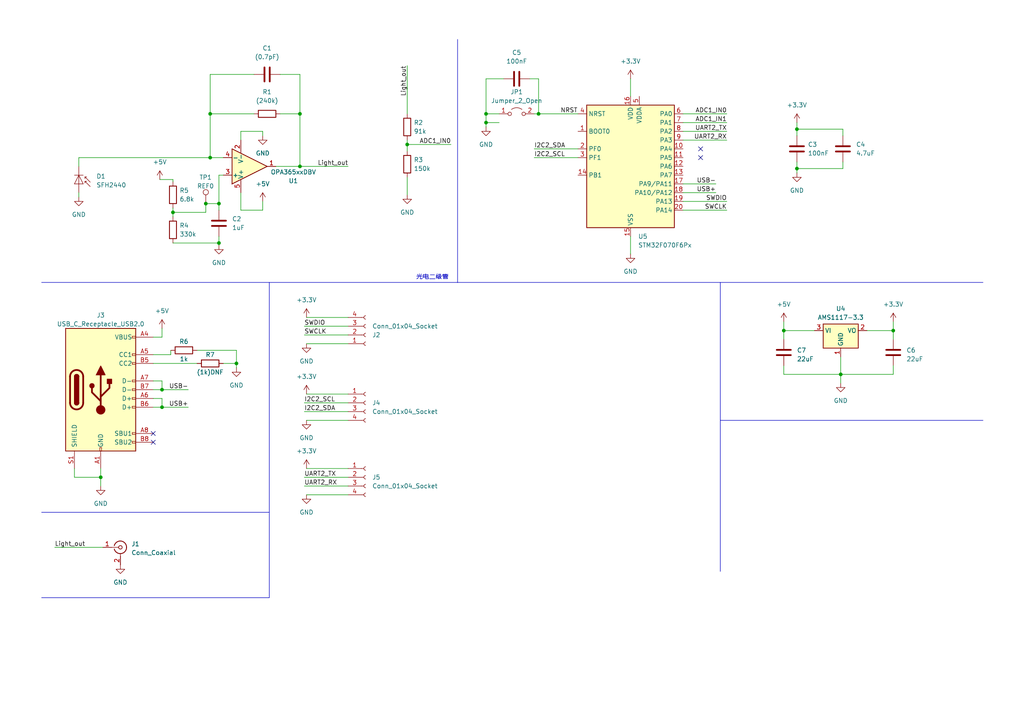
<source format=kicad_sch>
(kicad_sch (version 20230121) (generator eeschema)
  (paper "A4")
  (lib_symbols
    (symbol "Amplifier_Operational:OPA365xxDBV" (pin_names (offset 0.127))
      (property "Reference" "U" (at -1.27 6.35 0))
      (property "Value" "OPA365xxDBV" (at -1.27 3.81 0))
      (symbol "OPA365xxDBV_0_1"
        (polyline (pts (xy -5.08 5.08) (xy 5.08 0) (xy -5.08 -5.08) (xy -5.08 5.08)) (stroke (width 0.254)) (fill (type background)))
        (pin power_in line (at -2.54 -7.62 90) (length 3.81) (name "V-") (number "2"))
        (pin power_in line (at -2.54 7.62 270) (length 3.81) (name "V+") (number "5"))
      )
      (symbol "OPA365xxDBV_1_1"
        (pin output line (at 7.62 0 180) (length 2.54) (name "~") (number "1"))
        (pin input line (at -7.62 2.54 0) (length 2.54) (name "+") (number "3"))
        (pin input line (at -7.62 -2.54 0) (length 2.54) (name "-") (number "4"))
      )
    )
    (symbol "Connector:Conn_01x04_Socket" (pin_names (offset 1.016) hide)
      (property "Reference" "J" (at 0 5.08 0))
      (property "Value" "Conn_01x04_Socket" (at 0 -7.62 0))
      (symbol "Conn_01x04_Socket_1_1"
        (arc (start 0 -4.572) (mid -0.5058 -5.08) (end 0 -5.588) (stroke (width 0.1524)))
        (arc (start 0 -2.032) (mid -0.5058 -2.54) (end 0 -3.048) (stroke (width 0.1524)))
        (polyline (pts (xy -1.27 -5.08) (xy -0.508 -5.08)) (stroke (width 0.1524)))
        (polyline (pts (xy -1.27 -2.54) (xy -0.508 -2.54)) (stroke (width 0.1524)))
        (polyline (pts (xy -1.27 0) (xy -0.508 0)) (stroke (width 0.1524)))
        (polyline (pts (xy -1.27 2.54) (xy -0.508 2.54)) (stroke (width 0.1524)))
        (arc (start 0 0.508) (mid -0.5058 0) (end 0 -0.508) (stroke (width 0.1524)))
        (arc (start 0 3.048) (mid -0.5058 2.54) (end 0 2.032) (stroke (width 0.1524)))
        (pin passive line (at -5.08 2.54 0) (length 3.81) (name "Pin_1") (number "1"))
        (pin passive line (at -5.08 0 0) (length 3.81) (name "Pin_2") (number "2"))
        (pin passive line (at -5.08 -2.54 0) (length 3.81) (name "Pin_3") (number "3"))
        (pin passive line (at -5.08 -5.08 0) (length 3.81) (name "Pin_4") (number "4"))
      )
    )
    (symbol "Connector:Conn_Coaxial" (pin_names (offset 1.016) hide)
      (property "Reference" "J" (at 0.254 3.048 0))
      (property "Value" "Conn_Coaxial" (at 2.921 0 90))
      (symbol "Conn_Coaxial_0_1"
        (arc (start -1.778 -0.508) (mid 0.2311 -1.8066) (end 1.778 0) (stroke (width 0.254)))
        (polyline (pts (xy -2.54 0) (xy -0.508 0)))
        (polyline (pts (xy 0 -2.54) (xy 0 -1.778)))
        (circle (center 0 0) (radius 0.508) (stroke (width 0.2032)))
        (arc (start 1.778 0) (mid 0.2099 1.8101) (end -1.778 0.508) (stroke (width 0.254)))
      )
      (symbol "Conn_Coaxial_1_1"
        (pin passive line (at -5.08 0 0) (length 2.54) (name "In") (number "1"))
        (pin passive line (at 0 -5.08 90) (length 2.54) (name "Ext") (number "2"))
      )
    )
    (symbol "Connector:TestPoint" (pin_numbers hide) (pin_names (offset 0.762) hide)
      (property "Reference" "TP" (at 0 6.858 0))
      (property "Value" "TestPoint" (at 0 5.08 0))
      (symbol "TestPoint_0_1"
        (circle (center 0 3.302) (radius 0.762))
      )
      (symbol "TestPoint_1_1"
        (pin passive line (at 0 0 90) (length 2.54) (name "1") (number "1"))
      )
    )
    (symbol "Connector:USB_C_Receptacle_USB2.0" (pin_names (offset 1.016))
      (property "Reference" "J" (at -10.16 19.05 0))
      (property "Value" "USB_C_Receptacle_USB2.0" (at 19.05 19.05 0))
      (symbol "USB_C_Receptacle_USB2.0_0_0"
        (rectangle (start -0.254 -17.78) (end 0.254 -16.764))
        (rectangle (start 10.16 -14.986) (end 9.144 -15.494))
        (rectangle (start 10.16 -12.446) (end 9.144 -12.954))
        (rectangle (start 10.16 -4.826) (end 9.144 -5.334))
        (rectangle (start 10.16 -2.286) (end 9.144 -2.794))
        (rectangle (start 10.16 0.254) (end 9.144 -0.254))
        (rectangle (start 10.16 2.794) (end 9.144 2.286))
        (rectangle (start 10.16 7.874) (end 9.144 7.366))
        (rectangle (start 10.16 10.414) (end 9.144 9.906))
        (rectangle (start 10.16 15.494) (end 9.144 14.986))
      )
      (symbol "USB_C_Receptacle_USB2.0_0_1"
        (rectangle (start -10.16 17.78) (end 10.16 -17.78) (stroke (width 0.254)) (fill (type background)))
        (arc (start -8.89 -3.81) (mid -6.985 -5.7067) (end -5.08 -3.81) (stroke (width 0.508)))
        (arc (start -7.62 -3.81) (mid -6.985 -4.4423) (end -6.35 -3.81) (stroke (width 0.254)))
        (arc (start -7.62 -3.81) (mid -6.985 -4.4423) (end -6.35 -3.81) (stroke (width 0.254)) (fill (type outline)))
        (rectangle (start -7.62 -3.81) (end -6.35 3.81) (stroke (width 0.254)) (fill (type outline)))
        (arc (start -6.35 3.81) (mid -6.985 4.4423) (end -7.62 3.81) (stroke (width 0.254)))
        (arc (start -6.35 3.81) (mid -6.985 4.4423) (end -7.62 3.81) (stroke (width 0.254)) (fill (type outline)))
        (arc (start -5.08 3.81) (mid -6.985 5.7067) (end -8.89 3.81) (stroke (width 0.508)))
        (circle (center -2.54 1.143) (radius 0.635) (stroke (width 0.254)) (fill (type outline)))
        (circle (center 0 -5.842) (radius 1.27) (fill (type outline)))
        (polyline (pts (xy -8.89 -3.81) (xy -8.89 3.81)) (stroke (width 0.508)))
        (polyline (pts (xy -5.08 3.81) (xy -5.08 -3.81)) (stroke (width 0.508)))
        (polyline (pts (xy 0 -5.842) (xy 0 4.318)) (stroke (width 0.508)))
        (polyline (pts (xy 0 -3.302) (xy -2.54 -0.762) (xy -2.54 0.508)) (stroke (width 0.508)))
        (polyline (pts (xy 0 -2.032) (xy 2.54 0.508) (xy 2.54 1.778)) (stroke (width 0.508)))
        (polyline (pts (xy -1.27 4.318) (xy 0 6.858) (xy 1.27 4.318) (xy -1.27 4.318)) (stroke (width 0.254)) (fill (type outline)))
        (rectangle (start 1.905 1.778) (end 3.175 3.048) (stroke (width 0.254)) (fill (type outline)))
      )
      (symbol "USB_C_Receptacle_USB2.0_1_1"
        (pin passive line (at 0 -22.86 90) (length 5.08) (name "GND") (number "A1"))
        (pin passive line (at 0 -22.86 90) (length 5.08) hide (name "GND") (number "A12"))
        (pin passive line (at 15.24 15.24 180) (length 5.08) (name "VBUS") (number "A4"))
        (pin bidirectional line (at 15.24 10.16 180) (length 5.08) (name "CC1") (number "A5"))
        (pin bidirectional line (at 15.24 -2.54 180) (length 5.08) (name "D+") (number "A6"))
        (pin bidirectional line (at 15.24 2.54 180) (length 5.08) (name "D-") (number "A7"))
        (pin bidirectional line (at 15.24 -12.7 180) (length 5.08) (name "SBU1") (number "A8"))
        (pin passive line (at 15.24 15.24 180) (length 5.08) hide (name "VBUS") (number "A9"))
        (pin passive line (at 0 -22.86 90) (length 5.08) hide (name "GND") (number "B1"))
        (pin passive line (at 0 -22.86 90) (length 5.08) hide (name "GND") (number "B12"))
        (pin passive line (at 15.24 15.24 180) (length 5.08) hide (name "VBUS") (number "B4"))
        (pin bidirectional line (at 15.24 7.62 180) (length 5.08) (name "CC2") (number "B5"))
        (pin bidirectional line (at 15.24 -5.08 180) (length 5.08) (name "D+") (number "B6"))
        (pin bidirectional line (at 15.24 0 180) (length 5.08) (name "D-") (number "B7"))
        (pin bidirectional line (at 15.24 -15.24 180) (length 5.08) (name "SBU2") (number "B8"))
        (pin passive line (at 15.24 15.24 180) (length 5.08) hide (name "VBUS") (number "B9"))
        (pin passive line (at -7.62 -22.86 90) (length 5.08) (name "SHIELD") (number "S1"))
      )
    )
    (symbol "Device:C" (pin_numbers hide) (pin_names (offset 0.254))
      (property "Reference" "C" (at 0.635 2.54 0))
      (property "Value" "C" (at 0.635 -2.54 0))
      (symbol "C_0_1"
        (polyline (pts (xy -2.032 -0.762) (xy 2.032 -0.762)) (stroke (width 0.508)))
        (polyline (pts (xy -2.032 0.762) (xy 2.032 0.762)) (stroke (width 0.508)))
      )
      (symbol "C_1_1"
        (pin passive line (at 0 3.81 270) (length 2.794) (name "~") (number "1"))
        (pin passive line (at 0 -3.81 90) (length 2.794) (name "~") (number "2"))
      )
    )
    (symbol "Device:R" (pin_numbers hide) (pin_names (offset 0))
      (property "Reference" "R" (at 2.032 0 90))
      (property "Value" "R" (at 0 0 90))
      (symbol "R_0_1"
        (rectangle (start -1.016 -2.54) (end 1.016 2.54) (stroke (width 0.254)))
      )
      (symbol "R_1_1"
        (pin passive line (at 0 3.81 270) (length 1.27) (name "~") (number "1"))
        (pin passive line (at 0 -3.81 90) (length 1.27) (name "~") (number "2"))
      )
    )
    (symbol "Jumper:Jumper_2_Open" (pin_names (offset 0) hide)
      (property "Reference" "JP" (at 0 2.794 0))
      (property "Value" "Jumper_2_Open" (at 0 -2.286 0))
      (symbol "Jumper_2_Open_0_0"
        (circle (center -2.032 0) (radius 0.508))
        (circle (center 2.032 0) (radius 0.508))
      )
      (symbol "Jumper_2_Open_0_1"
        (arc (start 1.524 1.27) (mid 0 1.778) (end -1.524 1.27))
      )
      (symbol "Jumper_2_Open_1_1"
        (pin passive line (at -5.08 0 0) (length 2.54) (name "A") (number "1"))
        (pin passive line (at 5.08 0 180) (length 2.54) (name "B") (number "2"))
      )
    )
    (symbol "MCU_ST_STM32F0:STM32F070F6Px"
      (property "Reference" "U" (at -12.7 19.05 0))
      (property "Value" "STM32F070F6Px" (at 5.08 19.05 0))
      (symbol "STM32F070F6Px_0_1"
        (rectangle (start -12.7 -17.78) (end 12.7 17.78) (stroke (width 0.254)) (fill (type background)))
      )
      (symbol "STM32F070F6Px_1_1"
        (pin input line (at -15.24 10.16 0) (length 2.54) (name "BOOT0") (number "1"))
        (pin bidirectional line (at 15.24 5.08 180) (length 2.54) (name "PA4") (number "10"))
        (pin bidirectional line (at 15.24 2.54 180) (length 2.54) (name "PA5") (number "11"))
        (pin bidirectional line (at 15.24 0 180) (length 2.54) (name "PA6") (number "12"))
        (pin bidirectional line (at 15.24 -2.54 180) (length 2.54) (name "PA7") (number "13"))
        (pin bidirectional line (at -15.24 -2.54 0) (length 2.54) (name "PB1") (number "14"))
        (pin power_in line (at 0 -20.32 90) (length 2.54) (name "VSS") (number "15"))
        (pin power_in line (at 0 20.32 270) (length 2.54) (name "VDD") (number "16"))
        (pin bidirectional line (at 15.24 -5.08 180) (length 2.54) (name "PA9/PA11") (number "17"))
        (pin bidirectional line (at 15.24 -7.62 180) (length 2.54) (name "PA10/PA12") (number "18"))
        (pin bidirectional line (at 15.24 -10.16 180) (length 2.54) (name "PA13") (number "19"))
        (pin bidirectional line (at -15.24 5.08 0) (length 2.54) (name "PF0") (number "2"))
        (pin bidirectional line (at 15.24 -12.7 180) (length 2.54) (name "PA14") (number "20"))
        (pin bidirectional line (at -15.24 2.54 0) (length 2.54) (name "PF1") (number "3"))
        (pin input line (at -15.24 15.24 0) (length 2.54) (name "NRST") (number "4"))
        (pin power_in line (at 2.54 20.32 270) (length 2.54) (name "VDDA") (number "5"))
        (pin bidirectional line (at 15.24 15.24 180) (length 2.54) (name "PA0") (number "6"))
        (pin bidirectional line (at 15.24 12.7 180) (length 2.54) (name "PA1") (number "7"))
        (pin bidirectional line (at 15.24 10.16 180) (length 2.54) (name "PA2") (number "8"))
        (pin bidirectional line (at 15.24 7.62 180) (length 2.54) (name "PA3") (number "9"))
      )
    )
    (symbol "Regulator_Linear:AMS1117-3.3"
      (property "Reference" "U" (at -3.81 3.175 0))
      (property "Value" "AMS1117-3.3" (at 0 3.175 0))
      (symbol "AMS1117-3.3_0_1"
        (rectangle (start -5.08 -5.08) (end 5.08 1.905) (stroke (width 0.254)) (fill (type background)))
      )
      (symbol "AMS1117-3.3_1_1"
        (pin power_in line (at 0 -7.62 90) (length 2.54) (name "GND") (number "1"))
        (pin power_out line (at 7.62 0 180) (length 2.54) (name "VO") (number "2"))
        (pin power_in line (at -7.62 0 0) (length 2.54) (name "VI") (number "3"))
      )
    )
    (symbol "Sensor_Optical:SFH2440" (pin_numbers hide) (pin_names (offset 1.016) hide)
      (property "Reference" "D" (at 0.508 1.778 0))
      (property "Value" "SFH2440" (at -1.016 -2.794 0))
      (symbol "SFH2440_0_1"
        (polyline (pts (xy -2.54 1.27) (xy -2.54 -1.27)) (stroke (width 0.1524)))
        (polyline (pts (xy -2.032 1.778) (xy -1.524 1.778)))
        (polyline (pts (xy 0 -1.27) (xy 0 1.27)))
        (polyline (pts (xy 0 0) (xy -2.54 0)))
        (polyline (pts (xy -0.508 3.302) (xy -2.032 1.778) (xy -2.032 2.286)))
        (polyline (pts (xy 0 1.27) (xy -2.54 0) (xy 0 -1.27)))
        (polyline (pts (xy 0.762 3.302) (xy -0.762 1.778) (xy -0.762 2.286) (xy -0.762 1.778) (xy -0.254 1.778)))
      )
      (symbol "SFH2440_1_1"
        (pin passive line (at -5.08 0 0) (length 2.54) (name "K") (number "1"))
        (pin passive line (at 2.54 0 180) (length 2.54) (name "A") (number "2"))
      )
    )
    (symbol "power:+3.3V" (power) (pin_names (offset 0))
      (property "Value" "+3.3V" (at 0 3.556 0))
      (symbol "+3.3V_0_1"
        (polyline (pts (xy -0.762 1.27) (xy 0 2.54)))
        (polyline (pts (xy 0 0) (xy 0 2.54)))
        (polyline (pts (xy 0 2.54) (xy 0.762 1.27)))
      )
      (symbol "+3.3V_1_1"
        (pin power_in line (at 0 0 90) (length 0) hide (name "+3.3V") (number "1"))
      )
    )
    (symbol "power:+5V" (power) (pin_names (offset 0))
      (property "Value" "+5V" (at 0 3.556 0))
      (symbol "+5V_0_1"
        (polyline (pts (xy -0.762 1.27) (xy 0 2.54)))
        (polyline (pts (xy 0 0) (xy 0 2.54)))
        (polyline (pts (xy 0 2.54) (xy 0.762 1.27)))
      )
      (symbol "+5V_1_1"
        (pin power_in line (at 0 0 90) (length 0) hide (name "+5V") (number "1"))
      )
    )
    (symbol "power:GND" (power) (pin_names (offset 0))
      (property "Value" "GND" (at 0 -3.81 0))
      (symbol "GND_0_1"
        (polyline (pts (xy 0 0) (xy 0 -1.27) (xy 1.27 -1.27) (xy 0 -2.54) (xy -1.27 -1.27) (xy 0 -1.27)))
      )
      (symbol "GND_1_1"
        (pin power_in line (at 0 0 270) (length 0) hide (name "GND") (number "1"))
      )
    )
  )
  (junction (at 46.99 113.03))
  (junction (at 68.58 105.41))
  (junction (at 60.96 33.02))
  (junction (at 29.21 138.43))
  (junction (at 231.14 37.465))
  (junction (at 243.84 108.585))
  (junction (at 86.995 33.02))
  (junction (at 63.5 70.485))
  (junction (at 63.5 59.055))
  (junction (at 86.995 48.26))
  (junction (at 50.165 61.595))
  (junction (at 259.08 95.885))
  (junction (at 140.97 33.02))
  (junction (at 118.11 41.91))
  (junction (at 46.99 118.11))
  (junction (at 231.14 48.895))
  (junction (at 227.33 95.885))
  (junction (at 140.97 35.56))
  (junction (at 156.21 33.02))
  (junction (at 60.96 45.72))
  (junction (at 59.69 59.055))
  (no_connect (at 203.2 45.72))
  (no_connect (at 44.45 125.73))
  (no_connect (at 203.2 43.18))
  (no_connect (at 44.45 128.27))
  (wire (pts (xy 73.66 33.02) (xy 60.96 33.02)))
  (wire (pts (xy 59.69 59.055) (xy 63.5 59.055)))
  (wire (pts (xy 46.99 95.25) (xy 46.99 97.79)))
  (wire (pts (xy 21.59 138.43) (xy 29.21 138.43)))
  (wire (pts (xy 57.15 101.6) (xy 68.58 101.6)))
  (wire (pts (xy 21.59 135.89) (xy 21.59 138.43)))
  (wire (pts (xy 46.99 118.11) (xy 44.45 118.11)))
  (wire (pts (xy 243.84 108.585) (xy 243.84 103.505)))
  (wire (pts (xy 231.14 48.895) (xy 231.14 46.99)))
  (polyline (pts (xy 208.915 121.92) (xy 208.915 81.915)))
  (wire (pts (xy 46.99 110.49) (xy 46.99 113.03)))
  (wire (pts (xy 60.96 33.02) (xy 60.96 45.72)))
  (wire (pts (xy 69.85 38.1) (xy 76.2 38.1)))
  (wire (pts (xy 88.265 138.43) (xy 100.965 138.43)))
  (wire (pts (xy 259.08 95.885) (xy 251.46 95.885)))
  (wire (pts (xy 156.21 33.02) (xy 167.64 33.02)))
  (wire (pts (xy 227.33 106.045) (xy 227.33 108.585)))
  (wire (pts (xy 88.9 143.51) (xy 100.965 143.51)))
  (wire (pts (xy 44.45 110.49) (xy 46.99 110.49)))
  (wire (pts (xy 146.05 22.86) (xy 140.97 22.86)))
  (wire (pts (xy 22.86 45.72) (xy 22.86 48.26)))
  (wire (pts (xy 63.5 59.055) (xy 63.5 60.96)))
  (wire (pts (xy 46.99 115.57) (xy 46.99 118.11)))
  (wire (pts (xy 44.45 105.41) (xy 57.15 105.41)))
  (wire (pts (xy 244.475 39.37) (xy 244.475 37.465)))
  (wire (pts (xy 207.645 53.34) (xy 198.12 53.34)))
  (wire (pts (xy 182.88 22.86) (xy 182.88 27.94)))
  (wire (pts (xy 86.995 33.02) (xy 86.995 48.26)))
  (wire (pts (xy 44.45 115.57) (xy 46.99 115.57)))
  (wire (pts (xy 59.69 61.595) (xy 59.69 59.055)))
  (wire (pts (xy 140.97 33.02) (xy 144.78 33.02)))
  (wire (pts (xy 50.165 61.595) (xy 59.69 61.595)))
  (wire (pts (xy 29.21 140.97) (xy 29.21 138.43)))
  (wire (pts (xy 156.21 22.86) (xy 156.21 33.02)))
  (polyline (pts (xy 12.065 81.915) (xy 132.715 81.915)))
  (wire (pts (xy 259.08 106.045) (xy 259.08 108.585)))
  (polyline (pts (xy 78.105 173.355) (xy 78.105 148.59)))
  (wire (pts (xy 118.11 56.515) (xy 118.11 51.435)))
  (wire (pts (xy 88.265 140.97) (xy 100.965 140.97)))
  (wire (pts (xy 140.97 33.02) (xy 140.97 35.56)))
  (wire (pts (xy 244.475 48.895) (xy 231.14 48.895)))
  (polyline (pts (xy 208.915 121.92) (xy 208.915 165.735)))
  (wire (pts (xy 154.94 33.02) (xy 156.21 33.02)))
  (wire (pts (xy 49.53 102.87) (xy 49.53 101.6)))
  (wire (pts (xy 44.45 102.87) (xy 49.53 102.87)))
  (wire (pts (xy 50.165 62.865) (xy 50.165 61.595)))
  (wire (pts (xy 88.9 99.695) (xy 100.965 99.695)))
  (wire (pts (xy 154.94 45.72) (xy 167.64 45.72)))
  (wire (pts (xy 118.11 41.91) (xy 118.11 43.815)))
  (wire (pts (xy 50.165 52.07) (xy 50.165 52.705)))
  (wire (pts (xy 73.66 21.59) (xy 60.96 21.59)))
  (wire (pts (xy 118.11 33.02) (xy 118.11 19.05)))
  (wire (pts (xy 227.33 95.885) (xy 236.22 95.885)))
  (wire (pts (xy 44.45 113.03) (xy 46.99 113.03)))
  (wire (pts (xy 63.5 70.485) (xy 63.5 71.12)))
  (wire (pts (xy 227.33 93.345) (xy 227.33 95.885)))
  (wire (pts (xy 140.97 35.56) (xy 144.78 35.56)))
  (wire (pts (xy 88.265 116.84) (xy 100.965 116.84)))
  (wire (pts (xy 22.86 57.15) (xy 22.86 55.88)))
  (polyline (pts (xy 132.715 11.43) (xy 132.715 81.915)))
  (wire (pts (xy 64.77 50.8) (xy 63.5 50.8)))
  (wire (pts (xy 63.5 68.58) (xy 63.5 70.485)))
  (wire (pts (xy 50.165 70.485) (xy 63.5 70.485)))
  (wire (pts (xy 231.14 35.56) (xy 231.14 37.465)))
  (wire (pts (xy 46.99 97.79) (xy 44.45 97.79)))
  (wire (pts (xy 68.58 105.41) (xy 68.58 106.68)))
  (wire (pts (xy 88.265 94.615) (xy 100.965 94.615)))
  (wire (pts (xy 88.9 114.3) (xy 100.965 114.3)))
  (wire (pts (xy 154.94 43.18) (xy 167.64 43.18)))
  (wire (pts (xy 210.82 60.96) (xy 198.12 60.96)))
  (wire (pts (xy 210.82 40.64) (xy 198.12 40.64)))
  (wire (pts (xy 81.28 21.59) (xy 86.995 21.59)))
  (wire (pts (xy 207.645 55.88) (xy 198.12 55.88)))
  (wire (pts (xy 69.85 55.88) (xy 69.85 60.96)))
  (wire (pts (xy 210.82 35.56) (xy 198.12 35.56)))
  (wire (pts (xy 29.845 158.75) (xy 15.875 158.75)))
  (wire (pts (xy 210.82 58.42) (xy 198.12 58.42)))
  (wire (pts (xy 153.67 22.86) (xy 156.21 22.86)))
  (wire (pts (xy 259.08 98.425) (xy 259.08 95.885)))
  (wire (pts (xy 88.9 92.075) (xy 100.965 92.075)))
  (polyline (pts (xy 78.105 148.59) (xy 78.105 81.915)))
  (wire (pts (xy 68.58 101.6) (xy 68.58 105.41)))
  (wire (pts (xy 76.2 60.96) (xy 76.2 58.42)))
  (wire (pts (xy 259.08 108.585) (xy 243.84 108.585)))
  (wire (pts (xy 118.11 40.64) (xy 118.11 41.91)))
  (wire (pts (xy 54.61 118.11) (xy 46.99 118.11)))
  (wire (pts (xy 88.9 121.92) (xy 100.965 121.92)))
  (wire (pts (xy 231.14 50.165) (xy 231.14 48.895)))
  (wire (pts (xy 81.28 33.02) (xy 86.995 33.02)))
  (wire (pts (xy 210.82 38.1) (xy 198.12 38.1)))
  (wire (pts (xy 29.21 138.43) (xy 29.21 135.89)))
  (wire (pts (xy 244.475 46.99) (xy 244.475 48.895)))
  (wire (pts (xy 46.355 52.07) (xy 50.165 52.07)))
  (wire (pts (xy 69.85 40.64) (xy 69.85 38.1)))
  (wire (pts (xy 86.995 48.26) (xy 80.01 48.26)))
  (wire (pts (xy 22.86 45.72) (xy 60.96 45.72)))
  (polyline (pts (xy 285.115 121.92) (xy 208.915 121.92)))
  (wire (pts (xy 86.995 48.26) (xy 100.965 48.26)))
  (wire (pts (xy 86.995 21.59) (xy 86.995 33.02)))
  (wire (pts (xy 63.5 50.8) (xy 63.5 59.055)))
  (wire (pts (xy 259.08 93.345) (xy 259.08 95.885)))
  (wire (pts (xy 60.96 21.59) (xy 60.96 33.02)))
  (wire (pts (xy 231.14 37.465) (xy 231.14 39.37)))
  (polyline (pts (xy 12.065 173.355) (xy 78.105 173.355)))
  (wire (pts (xy 88.265 119.38) (xy 100.965 119.38)))
  (wire (pts (xy 88.9 135.89) (xy 100.965 135.89)))
  (polyline (pts (xy 12.065 148.59) (xy 78.105 148.59)))
  (wire (pts (xy 88.265 97.155) (xy 100.965 97.155)))
  (wire (pts (xy 210.82 33.02) (xy 198.12 33.02)))
  (wire (pts (xy 50.165 61.595) (xy 50.165 60.325)))
  (wire (pts (xy 182.88 73.66) (xy 182.88 68.58)))
  (polyline (pts (xy 132.715 81.915) (xy 285.115 81.915)))
  (wire (pts (xy 69.85 60.96) (xy 76.2 60.96)))
  (wire (pts (xy 227.33 98.425) (xy 227.33 95.885)))
  (wire (pts (xy 130.81 41.91) (xy 118.11 41.91)))
  (wire (pts (xy 60.96 45.72) (xy 64.77 45.72)))
  (wire (pts (xy 64.77 105.41) (xy 68.58 105.41)))
  (wire (pts (xy 227.33 108.585) (xy 243.84 108.585)))
  (wire (pts (xy 46.99 113.03) (xy 54.61 113.03)))
  (wire (pts (xy 140.97 36.83) (xy 140.97 35.56)))
  (wire (pts (xy 76.2 38.1) (xy 76.2 39.37)))
  (wire (pts (xy 243.84 111.125) (xy 243.84 108.585)))
  (wire (pts (xy 244.475 37.465) (xy 231.14 37.465)))
  (wire (pts (xy 140.97 22.86) (xy 140.97 33.02)))
  (text "光电二级管\n" (at 120.65 81.28 0) (effects (font (size 1.27 1.27)) (justify left bottom)))
  (label "UART2_TX" (at 210.82 38.1 180))
  (label "UART2_RX" (at 88.265 140.97 0))
  (label "ADC1_IN0" (at 130.81 41.91 180))
  (label "SWCLK" (at 88.265 97.155 0))
  (label "USB+" (at 207.645 55.88 180))
  (label "USB-" (at 54.61 113.03 180))
  (label "I2C2_SDA" (at 88.265 119.38 0))
  (label "ADC1_IN1" (at 210.82 35.56 180))
  (label "ADC1_IN0" (at 210.82 33.02 180))
  (label "SWDIO" (at 210.82 58.42 180))
  (label "USB-" (at 207.645 53.34 180))
  (label "I2C2_SCL" (at 88.265 116.84 0))
  (label "I2C2_SDA" (at 154.94 43.18 0))
  (label "Light_out" (at 118.11 19.05 270))
  (label "SWDIO" (at 88.265 94.615 0))
  (label "Light_out" (at 100.965 48.26 180))
  (label "UART2_TX" (at 88.265 138.43 0))
  (label "NRST" (at 162.56 33.02 0))
  (label "I2C2_SCL" (at 154.94 45.72 0))
  (label "UART2_RX" (at 210.82 40.64 180))
  (label "USB+" (at 54.61 118.11 180))
  (label "Light_out" (at 15.875 158.75 0))
  (label "SWCLK" (at 210.82 60.96 180))
  (symbol (lib_id "Jumper:Jumper_2_Open") (at 149.86 33.02 0) (unit 1)
    (property "Reference" "JP1" (at 149.86 26.67 0))
    (property "Value" "Jumper_2_Open" (at 149.86 29.21 0))
    (property "Footprint" "TestPoint:TestPoint_2Pads_Pitch2.54mm_Drill0.8mm" (effects hide))
  )
  (symbol (lib_id "Device:R") (at 50.165 56.515 180) (unit 1)
    (property "Reference" "R5" (at 52.07 55.245 0) (effects (justify right)))
    (property "Value" "6.8k" (at 52.07 57.785 0) (effects (justify right)))
    (property "Footprint" "Resistor_SMD:R_0603_1608Metric" (effects hide))
  )
  (symbol (lib_id "Amplifier_Operational:OPA365xxDBV") (at 72.39 48.26 0) (mirror x) (unit 1)
    (property "Reference" "U1" (at 85.09 52.4509 0))
    (property "Value" "OPA365xxDBV" (at 85.09 49.9109 0))
    (property "Footprint" "Package_TO_SOT_SMD:SOT-23-5" (effects hide))
    (property "Datasheet" "https://www.ti.com/lit/ds/symlink/opa365.pdf" (effects hide))
  )
  (symbol (lib_id "power:GND") (at 182.88 73.66 0) (unit 1)
    (property "Reference" "#PWR05" (effects hide))
    (property "Value" "GND" (at 182.88 78.74 0))
  )
  (symbol (lib_id "power:GND") (at 63.5 71.12 0) (unit 1)
    (property "Reference" "#PWR04" (effects hide))
    (property "Value" "GND" (at 63.5 76.2 0))
  )
  (symbol (lib_id "Sensor_Optical:SFH2440") (at 22.86 53.34 270) (unit 1)
    (property "Reference" "D1" (at 27.94 51.1429 90) (effects (justify left)))
    (property "Value" "SFH2440" (at 27.94 53.6829 90) (effects (justify left)))
    (property "Footprint" "OptoDevice:Osram_SFH2440" (effects hide))
    (property "Datasheet" "https://dammedia.osram.info/media/resource/hires/osram-dam-5467146/SFH%202440_EN.pdf" (effects hide))
  )
  (symbol (lib_id "Connector:Conn_01x04_Socket") (at 106.045 138.43 0) (unit 1)
    (property "Reference" "J5" (at 107.95 138.43 0) (effects (justify left)))
    (property "Value" "Conn_01x04_Socket" (at 107.95 140.97 0) (effects (justify left)))
    (property "Footprint" "Connector_PinSocket_2.54mm:PinSocket_1x04_P2.54mm_Horizontal" (effects hide))
  )
  (symbol (lib_id "Device:C") (at 77.47 21.59 90) (unit 1)
    (property "Reference" "C1" (at 77.47 13.97 90))
    (property "Value" "(0.7pF)" (at 77.47 16.51 90))
    (property "Footprint" "Capacitor_SMD:C_0603_1608Metric" (effects hide))
  )
  (symbol (lib_id "power:+3.3V") (at 231.14 35.56 0) (unit 1)
    (property "Reference" "#PWR07" (effects hide))
    (property "Value" "+3.3V" (at 231.14 30.48 0))
  )
  (symbol (lib_id "power:GND") (at 88.9 143.51 0) (unit 1)
    (property "Reference" "#PWR026" (effects hide))
    (property "Value" "GND" (at 88.9 148.59 0))
  )
  (symbol (lib_id "power:+3.3V") (at 182.88 22.86 0) (unit 1)
    (property "Reference" "#PWR06" (effects hide))
    (property "Value" "+3.3V" (at 182.88 17.78 0))
  )
  (symbol (lib_id "Regulator_Linear:AMS1117-3.3") (at 243.84 95.885 0) (unit 1)
    (property "Reference" "U4" (at 243.84 89.535 0))
    (property "Value" "AMS1117-3.3" (at 243.84 92.075 0))
    (property "Footprint" "Package_TO_SOT_SMD:SOT-223-3_TabPin2" (effects hide))
    (property "Datasheet" "http://www.advanced-monolithic.com/pdf/ds1117.pdf" (effects hide))
  )
  (symbol (lib_id "Device:R") (at 77.47 33.02 90) (unit 1)
    (property "Reference" "R1" (at 77.47 26.67 90))
    (property "Value" "(240k)" (at 77.47 29.21 90))
    (property "Footprint" "Resistor_SMD:R_0603_1608Metric" (effects hide))
  )
  (symbol (lib_id "power:GND") (at 88.9 121.92 0) (unit 1)
    (property "Reference" "#PWR025" (effects hide))
    (property "Value" "GND" (at 88.9 127 0))
  )
  (symbol (lib_id "power:+3.3V") (at 88.9 114.3 0) (unit 1)
    (property "Reference" "#PWR027" (effects hide))
    (property "Value" "+3.3V" (at 88.9 109.22 0))
  )
  (symbol (lib_id "power:+5V") (at 76.2 58.42 0) (unit 1)
    (property "Reference" "#PWR03" (effects hide))
    (property "Value" "+5V" (at 76.2 53.34 0))
  )
  (symbol (lib_id "Device:C") (at 231.14 43.18 0) (unit 1)
    (property "Reference" "C3" (at 234.315 41.91 0) (effects (justify left)))
    (property "Value" "100nF" (at 234.315 44.45 0) (effects (justify left)))
    (property "Footprint" "Capacitor_SMD:C_0603_1608Metric" (effects hide))
  )
  (symbol (lib_id "MCU_ST_STM32F0:STM32F070F6Px") (at 182.88 48.26 0) (unit 1)
    (property "Reference" "U5" (at 185.0741 68.58 0) (effects (justify left)))
    (property "Value" "STM32F070F6Px" (at 185.0741 71.12 0) (effects (justify left)))
    (property "Footprint" "Package_SO:TSSOP-20_4.4x6.5mm_P0.65mm" (effects hide))
    (property "Datasheet" "https://www.st.com/resource/en/datasheet/stm32f070f6.pdf" (effects hide))
  )
  (symbol (lib_id "power:GND") (at 34.925 163.83 0) (unit 1)
    (property "Reference" "#PWR011" (effects hide))
    (property "Value" "GND" (at 34.925 168.91 0))
  )
  (symbol (lib_id "Connector:Conn_01x04_Socket") (at 106.045 116.84 0) (unit 1)
    (property "Reference" "J4" (at 107.95 116.84 0) (effects (justify left)))
    (property "Value" "Conn_01x04_Socket" (at 107.95 119.38 0) (effects (justify left)))
    (property "Footprint" "Connector_PinSocket_2.54mm:PinSocket_1x04_P2.54mm_Horizontal" (effects hide))
  )
  (symbol (lib_id "Device:C") (at 149.86 22.86 90) (unit 1)
    (property "Reference" "C5" (at 149.86 15.24 90))
    (property "Value" "100nF" (at 149.86 17.78 90))
    (property "Footprint" "Capacitor_SMD:C_0603_1608Metric" (effects hide))
  )
  (symbol (lib_id "power:+3.3V") (at 259.08 93.345 0) (unit 1)
    (property "Reference" "#PWR014" (effects hide))
    (property "Value" "+3.3V" (at 259.08 88.265 0))
  )
  (symbol (lib_id "power:GND") (at 243.84 111.125 0) (unit 1)
    (property "Reference" "#PWR016" (effects hide))
    (property "Value" "GND" (at 243.84 116.205 0))
  )
  (symbol (lib_id "power:+3.3V") (at 88.9 135.89 0) (unit 1)
    (property "Reference" "#PWR028" (effects hide))
    (property "Value" "+3.3V" (at 88.9 130.81 0))
  )
  (symbol (lib_id "Connector:TestPoint") (at 59.69 59.055 0) (unit 1)
    (property "Reference" "TP1" (at 57.785 51.435 0) (effects (justify left)))
    (property "Value" "REF0" (at 57.15 53.975 0) (effects (justify left)))
    (property "Footprint" "TestPoint:TestPoint_Pad_D1.5mm" (effects hide))
  )
  (symbol (lib_id "Device:C") (at 227.33 102.235 0) (unit 1)
    (property "Reference" "C7" (at 231.14 101.6 0) (effects (justify left)))
    (property "Value" "22uF" (at 231.14 104.14 0) (effects (justify left)))
    (property "Footprint" "Capacitor_SMD:C_0805_2012Metric_Pad1.18x1.45mm_HandSolder" (effects hide))
  )
  (symbol (lib_id "Device:R") (at 60.96 105.41 90) (unit 1)
    (property "Reference" "R7" (at 60.96 102.87 90))
    (property "Value" "(1k)DNF" (at 60.96 107.95 90))
    (property "Footprint" "Resistor_SMD:R_0805_2012Metric_Pad1.20x1.40mm_HandSolder" (effects hide))
  )
  (symbol (lib_id "power:+5V") (at 227.33 93.345 0) (unit 1)
    (property "Reference" "#PWR015" (effects hide))
    (property "Value" "+5V" (at 227.33 88.265 0))
  )
  (symbol (lib_id "power:+5V") (at 46.355 52.07 0) (unit 1)
    (property "Reference" "#PWR012" (effects hide))
    (property "Value" "+5V" (at 46.355 46.99 0))
  )
  (symbol (lib_id "Device:R") (at 118.11 36.83 0) (unit 1)
    (property "Reference" "R2" (at 120.015 35.56 0) (effects (justify left)))
    (property "Value" "91k" (at 120.015 38.1 0) (effects (justify left)))
    (property "Footprint" "Resistor_SMD:R_0805_2012Metric_Pad1.20x1.40mm_HandSolder" (effects hide))
  )
  (symbol (lib_id "Device:R") (at 53.34 101.6 90) (unit 1)
    (property "Reference" "R6" (at 53.34 99.06 90))
    (property "Value" "1k" (at 53.34 104.14 90))
    (property "Footprint" "Resistor_SMD:R_0805_2012Metric_Pad1.20x1.40mm_HandSolder" (effects hide))
  )
  (symbol (lib_id "Device:R") (at 50.165 66.675 180) (unit 1)
    (property "Reference" "R4" (at 52.07 65.405 0) (effects (justify right)))
    (property "Value" "330k" (at 52.07 67.945 0) (effects (justify right)))
    (property "Footprint" "Resistor_SMD:R_0603_1608Metric" (effects hide))
  )
  (symbol (lib_id "power:GND") (at 22.86 57.15 0) (unit 1)
    (property "Reference" "#PWR01" (effects hide))
    (property "Value" "GND" (at 22.86 62.23 0))
  )
  (symbol (lib_id "Device:C") (at 63.5 64.77 0) (unit 1)
    (property "Reference" "C2" (at 67.31 63.5 0) (effects (justify left)))
    (property "Value" "1uF" (at 67.31 66.04 0) (effects (justify left)))
    (property "Footprint" "Capacitor_SMD:C_0603_1608Metric" (effects hide))
  )
  (symbol (lib_id "Device:C") (at 259.08 102.235 0) (unit 1)
    (property "Reference" "C6" (at 262.89 101.6 0) (effects (justify left)))
    (property "Value" "22uF" (at 262.89 104.14 0) (effects (justify left)))
    (property "Footprint" "Capacitor_SMD:C_0805_2012Metric_Pad1.18x1.45mm_HandSolder" (effects hide))
  )
  (symbol (lib_id "Connector:Conn_01x04_Socket") (at 106.045 97.155 0) (mirror x) (unit 1)
    (property "Reference" "J2" (at 107.95 97.155 0) (effects (justify left)))
    (property "Value" "Conn_01x04_Socket" (at 107.95 94.615 0) (effects (justify left)))
    (property "Footprint" "Connector_PinSocket_2.54mm:PinSocket_1x04_P2.54mm_Horizontal" (effects hide))
  )
  (symbol (lib_id "power:GND") (at 231.14 50.165 0) (unit 1)
    (property "Reference" "#PWR08" (effects hide))
    (property "Value" "GND" (at 231.14 55.245 0))
  )
  (symbol (lib_id "power:GND") (at 118.11 56.515 0) (unit 1)
    (property "Reference" "#PWR010" (effects hide))
    (property "Value" "GND" (at 118.11 61.595 0))
  )
  (symbol (lib_id "power:GND") (at 68.58 106.68 0) (unit 1)
    (property "Reference" "#PWR022" (effects hide))
    (property "Value" "GND" (at 68.58 111.76 0))
  )
  (symbol (lib_id "power:GND") (at 29.21 140.97 0) (unit 1)
    (property "Reference" "#PWR020" (effects hide))
    (property "Value" "GND" (at 29.21 146.05 0))
  )
  (symbol (lib_id "Device:C") (at 244.475 43.18 0) (unit 1)
    (property "Reference" "C4" (at 248.285 41.91 0) (effects (justify left)))
    (property "Value" "4.7uF" (at 248.285 44.45 0) (effects (justify left)))
    (property "Footprint" "Capacitor_SMD:C_0603_1608Metric" (effects hide))
  )
  (symbol (lib_id "power:GND") (at 76.2 39.37 0) (unit 1)
    (property "Reference" "#PWR02" (effects hide))
    (property "Value" "GND" (at 76.2 44.45 0))
  )
  (symbol (lib_id "power:+3.3V") (at 88.9 92.075 0) (unit 1)
    (property "Reference" "#PWR023" (effects hide))
    (property "Value" "+3.3V" (at 88.9 86.995 0))
  )
  (symbol (lib_id "Connector:USB_C_Receptacle_USB2.0") (at 29.21 113.03 0) (unit 1)
    (property "Reference" "J3" (at 29.21 91.44 0))
    (property "Value" "USB_C_Receptacle_USB2.0" (at 29.21 93.98 0))
    (property "Footprint" "Connector_USB:USB_C_Receptacle_HRO_TYPE-C-31-M-12" (effects hide))
    (property "Datasheet" "https://www.usb.org/sites/default/files/documents/usb_type-c.zip" (effects hide))
  )
  (symbol (lib_id "power:GND") (at 140.97 36.83 0) (unit 1)
    (property "Reference" "#PWR09" (effects hide))
    (property "Value" "GND" (at 140.97 41.91 0))
  )
  (symbol (lib_id "power:+5V") (at 46.99 95.25 0) (unit 1)
    (property "Reference" "#PWR021" (effects hide))
    (property "Value" "+5V" (at 46.99 90.17 0))
  )
  (symbol (lib_id "Device:R") (at 118.11 47.625 0) (unit 1)
    (property "Reference" "R3" (at 120.015 46.355 0) (effects (justify left)))
    (property "Value" "150k" (at 120.015 48.895 0) (effects (justify left)))
    (property "Footprint" "Resistor_SMD:R_0805_2012Metric_Pad1.20x1.40mm_HandSolder" (effects hide))
  )
  (symbol (lib_id "power:GND") (at 88.9 99.695 0) (unit 1)
    (property "Reference" "#PWR024" (effects hide))
    (property "Value" "GND" (at 88.9 104.775 0))
  )
  (symbol (lib_id "Connector:Conn_Coaxial") (at 34.925 158.75 0) (unit 1)
    (property "Reference" "J1" (at 38.1 157.7732 0) (effects (justify left)))
    (property "Value" "Conn_Coaxial" (at 38.1 160.3132 0) (effects (justify left)))
    (property "Footprint" "Connector_Coaxial:U.FL_Hirose_U.FL-R-SMT-1_Vertical" (effects hide))
    (property "Datasheet" " ~" (effects hide))
  )
)
</source>
